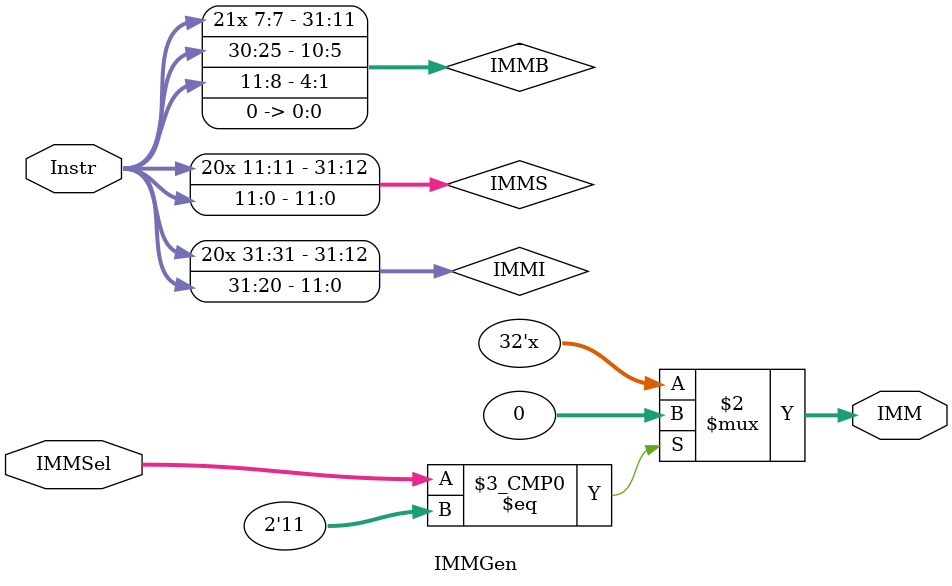
<source format=v>
module IMMGen(IMM, Instr, IMMSel);

input [31:0] Instr;
input [1:0] IMMSel;

output reg [31:0] IMM;

reg [31:0] IMMI, IMMS, IMMB;

always
begin

	IMMI[11:0] <= Instr[31:20];
	IMMI[31:12] <= {20{Instr[31]}};
	IMMS[11:0] <= {Instr[11:5],Instr[4:0]};
	IMMS[31:12] <= {20{Instr[11]}};
	IMMB[0] <= 1'b0;
	IMMB[11:1] <= {Instr[7], Instr[30:25], Instr[11:8]};
	IMMB[31:12] <= {20{Instr[7]}};
	
	
	case(IMMSel)
	2'b00: IMM <= IMMI;
	2'b01: IMM <= IMMI;
	2'b10: IMM <= IMMI;
	2'b11: IMM <= 32'b0;
	endcase
	
end

endmodule

</source>
